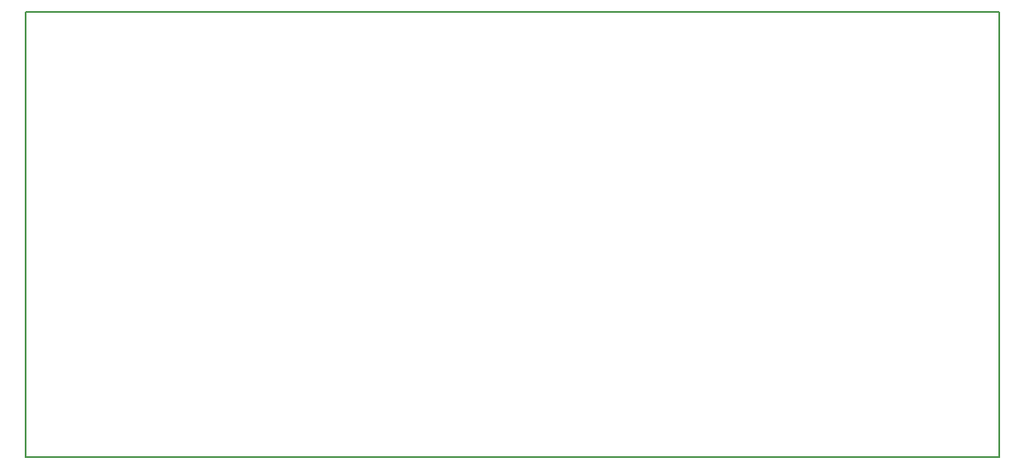
<source format=gbr>
G04 PROTEUS GERBER X2 FILE*
%TF.GenerationSoftware,Labcenter,Proteus,8.9-SP0-Build27865*%
%TF.CreationDate,2026-01-09T17:02:56+00:00*%
%TF.FileFunction,NonPlated,1,2,NPTH*%
%TF.FilePolarity,Positive*%
%TF.Part,Single*%
%TF.SameCoordinates,{d5e26176-f0e9-456a-af72-f71da18a6cc2}*%
%FSLAX45Y45*%
%MOMM*%
G01*
%TA.AperFunction,Profile*%
%ADD15C,0.203200*%
%TD.AperFunction*%
D15*
X-10050000Y+5980809D02*
X-400000Y+5980809D01*
X-400000Y+10400000D01*
X-10050000Y+10400000D01*
X-10050000Y+5980809D01*
M02*

</source>
